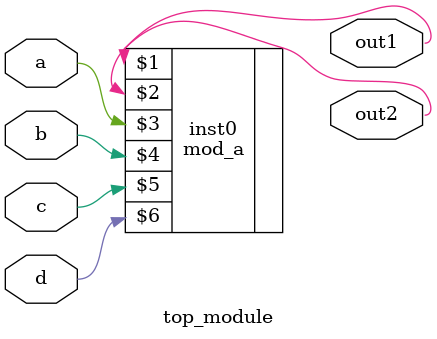
<source format=v>
module top_module ( 
    input a, 
    input b, 
    input c,
    input d,
    output out1,
    output out2
);
    mod_a inst0(out1,out2,a,b,c,d);
endmodule

</source>
